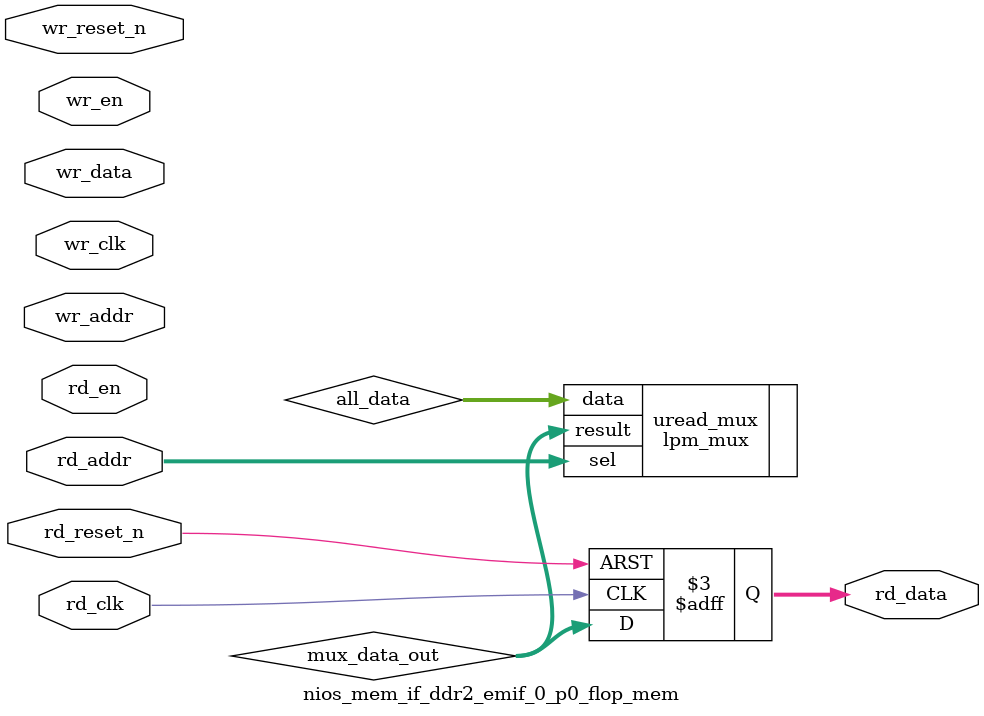
<source format=v>
module nios_mem_if_ddr2_emif_0_p0_flop_mem(
	wr_reset_n,
	wr_clk,
	wr_en,
	wr_addr,
	wr_data,
	rd_reset_n,
	rd_clk,
	rd_en,
	rd_addr,
	rd_data
);
parameter WRITE_MEM_DEPTH	= "";
parameter WRITE_ADDR_WIDTH	= "";
parameter WRITE_DATA_WIDTH	= "";
parameter READ_MEM_DEPTH	= "";
parameter READ_ADDR_WIDTH	= "";
parameter READ_DATA_WIDTH	= "";
input	wr_reset_n;
input	wr_clk;
input	wr_en;
input	[WRITE_ADDR_WIDTH-1:0] wr_addr;
input	[WRITE_DATA_WIDTH-1:0] wr_data;
input	rd_reset_n;
input	rd_clk;
input	rd_en;
input	[READ_ADDR_WIDTH-1:0] rd_addr;
output	[READ_DATA_WIDTH-1:0] rd_data;
wire	[WRITE_DATA_WIDTH*WRITE_MEM_DEPTH-1:0] all_data;
wire	[READ_DATA_WIDTH-1:0] mux_data_out;
// declare a memory with WRITE_MEM_DEPTH entries
// each entry contains a data size of WRITE_DATA_WIDTH
reg	[WRITE_DATA_WIDTH-1:0] data_stored [0:WRITE_MEM_DEPTH-1] /* synthesis syn_preserve = 1 */;
reg	[READ_DATA_WIDTH-1:0] rd_data;
generate
genvar entry;
	for (entry=0; entry < WRITE_MEM_DEPTH; entry=entry+1)
	begin: mem_location
		assign all_data[(WRITE_DATA_WIDTH*(entry+1)-1) : (WRITE_DATA_WIDTH*entry)] = data_stored[entry];
		always @(posedge wr_clk or negedge wr_reset_n)
		begin
			if (~wr_reset_n) begin
				data_stored[entry] <= {WRITE_DATA_WIDTH{1'b0}};
			end else begin
				if (wr_en) begin
					if (entry == wr_addr) begin
						data_stored[entry] <= wr_data;
					end
				end
			end
		end
	end
endgenerate
// mux to select the correct output data based on read address
lpm_mux	uread_mux(
	.sel (rd_addr),
	.data (all_data),
	.result (mux_data_out)
	// synopsys translate_off
	,
	.aclr (),
	.clken (),
	.clock ()
	// synopsys translate_on
	);
 defparam uread_mux.lpm_size = READ_MEM_DEPTH;
 defparam uread_mux.lpm_type = "LPM_MUX";
 defparam uread_mux.lpm_width = READ_DATA_WIDTH;
 defparam uread_mux.lpm_widths = READ_ADDR_WIDTH;
always @(posedge rd_clk or negedge rd_reset_n)
begin
	if (~rd_reset_n) begin
		rd_data <= {READ_DATA_WIDTH{1'b0}};
	end else begin
		rd_data <= mux_data_out;
	end
end
endmodule
</source>
